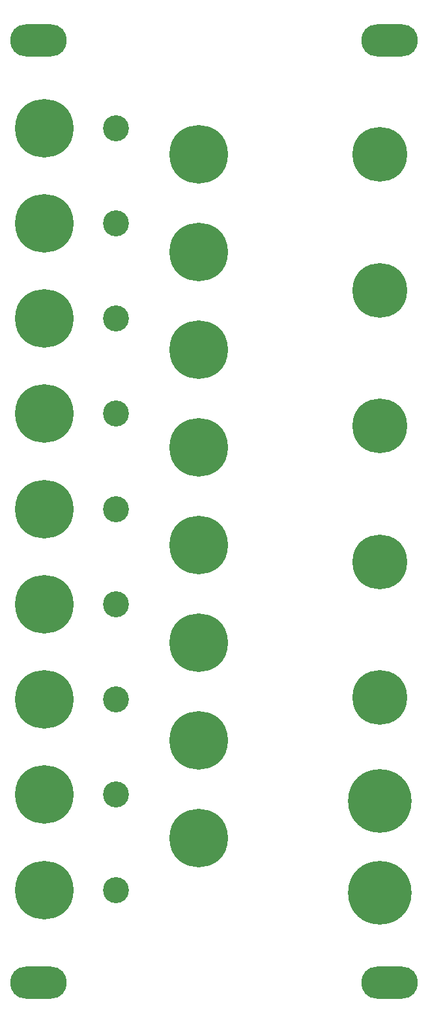
<source format=gts>
G04 #@! TF.GenerationSoftware,KiCad,Pcbnew,(5.99.0-11177-g6c67dfa032)*
G04 #@! TF.CreationDate,2021-08-04T17:18:31-07:00*
G04 #@! TF.ProjectId,SCMv3-faceplate,53434d76-332d-4666-9163-65706c617465,rev?*
G04 #@! TF.SameCoordinates,PXfff14e48PY722417c*
G04 #@! TF.FileFunction,Soldermask,Top*
G04 #@! TF.FilePolarity,Negative*
%FSLAX46Y46*%
G04 Gerber Fmt 4.6, Leading zero omitted, Abs format (unit mm)*
G04 Created by KiCad (PCBNEW (5.99.0-11177-g6c67dfa032)) date 2021-08-04 17:18:31*
%MOMM*%
%LPD*%
G01*
G04 APERTURE LIST*
%ADD10C,3.378200*%
%ADD11O,7.366000X4.191000*%
%ADD12C,7.620000*%
%ADD13C,7.112000*%
%ADD14C,8.255000*%
G04 APERTURE END LIST*
D10*
X17574600Y101715000D03*
D11*
X7492999Y2997200D03*
D12*
X8244000Y52185000D03*
D13*
X51839200Y110655800D03*
D12*
X28344200Y21755800D03*
D10*
X17574600Y114097500D03*
D12*
X8244000Y39802500D03*
D11*
X53107000Y2997200D03*
D10*
X17574600Y52185000D03*
X17574600Y27420000D03*
D13*
X51839200Y75349800D03*
D12*
X8244000Y15037500D03*
X28344200Y97955800D03*
X28344200Y47155800D03*
D10*
X17574600Y89332500D03*
D12*
X28344200Y59855800D03*
X8244000Y114097500D03*
D13*
X51839200Y93002800D03*
D12*
X8244000Y64567500D03*
D11*
X7492999Y125502800D03*
D12*
X8244000Y101715000D03*
X8244000Y76950000D03*
X28344200Y85255800D03*
D14*
X51839200Y14694600D03*
D13*
X51839200Y40043800D03*
D14*
X51839200Y26632600D03*
D11*
X53107000Y125502800D03*
D12*
X8244000Y27420000D03*
D10*
X17574600Y15037500D03*
D12*
X8244000Y89332500D03*
D13*
X51839200Y57696800D03*
D10*
X17574600Y76950000D03*
D12*
X28344200Y110655800D03*
D10*
X17574600Y39802500D03*
D12*
X28344200Y72555800D03*
X28344200Y34455800D03*
D10*
X17574600Y64567500D03*
M02*

</source>
